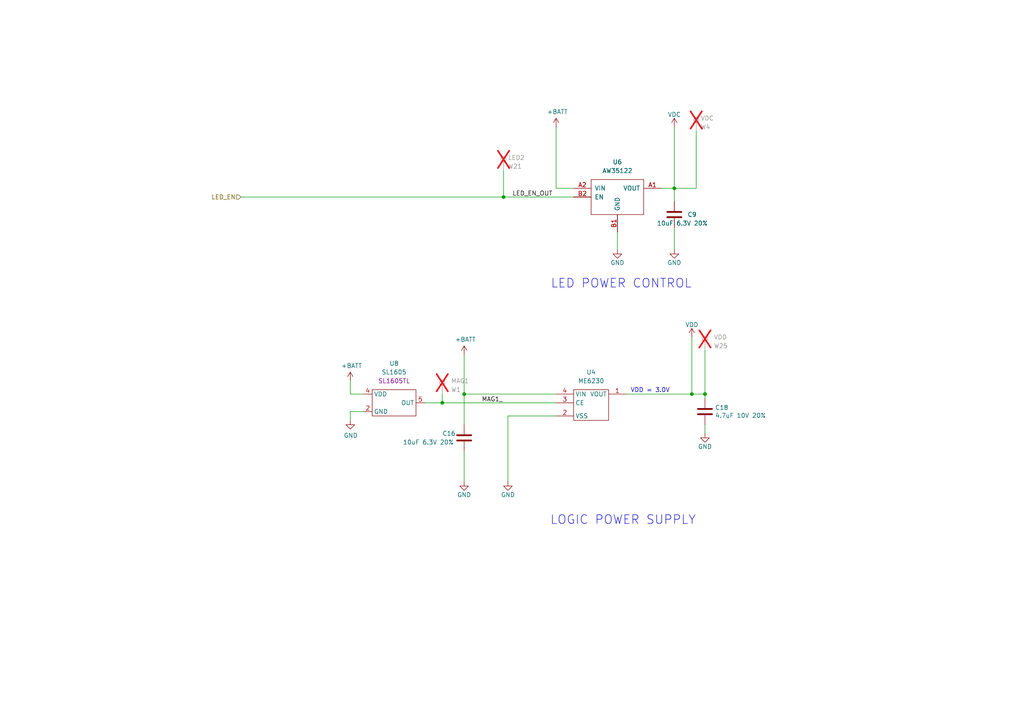
<source format=kicad_sch>
(kicad_sch (version 20250114) (generator "eeschema") (generator_version "9.0")
  (paper "A4")
  (title_block (title "Pixels D20 Schematic, Main") (date "2022-08-26") (rev "13") (company "Systemic Games, LLC") (comment 1 "Power Regulation"))
  (lib_symbols
    (symbol "Device:C" (pin_numbers (hide yes)) (pin_names (offset 0.254))
      (property "Reference" "C" (at 0.635 2.54 0))
      (property "Value" "C" (at 0.635 -2.54 0))
      (symbol "C_0_1"
        (polyline (pts (xy -2.032 0.762) (xy 2.032 0.762)) (stroke (width 0.508)))
        (polyline (pts (xy -2.032 -0.762) (xy 2.032 -0.762)) (stroke (width 0.508)))
      )
      (symbol "C_1_1"
        (pin passive line (at 0 3.81 270) (length 2.794) (name "~") (number "1"))
        (pin passive line (at 0 -3.81 90) (length 2.794) (name "~") (number "2"))
      )
    )
    (symbol "Pixels-dice:AW35122" (pin_names (offset 1.016))
      (property "Reference" "U" (at 6.35 -6.35 0))
      (property "Value" "AW35122" (at 0 6.35 0))
      (symbol "AW35122_0_1"
        (rectangle (start -7.62 5.08) (end 7.62 -5.08))
      )
      (symbol "AW35122_1_1"
        (pin power_in line (at -12.7 2.54 0) (length 5.08) (name "VIN") (number "A2"))
        (pin input line (at -12.7 0 0) (length 5.08) (name "EN") (number "B2"))
        (pin power_in line (at 0 -10.16 90) (length 5.08) (name "GND") (number "B1"))
        (pin power_out line (at 12.7 2.54 180) (length 5.08) (name "VOUT") (number "A1"))
      )
    )
    (symbol "Pixels-dice:ME6230-FBP1*1-4"
      (property "Reference" "U" (at 1.778 -6.604 0))
      (symbol "ME6230-FBP1*1-4_0_1"
        (rectangle (start -5.08 3.81) (end 5.08 -5.08))
      )
      (symbol "ME6230-FBP1*1-4_1_1"
        (pin power_in line (at -10.16 2.54 0) (length 5.08) (name "VIN") (number "4"))
        (pin input line (at -10.16 0 0) (length 5.08) (name "CE") (number "3"))
        (pin power_in line (at -10.16 -3.81 0) (length 5.08) (name "VSS") (number "2"))
        (pin power_out line (at 10.16 2.54 180) (length 5.08) (name "VOUT") (number "1"))
      )
    )
    (symbol "Pixels-dice:SL1605"
      (property "Reference" "U" (at 4.064 -5.08 0))
      (property "Value" "SL1605" (at 0 5.588 0))
      (symbol "SL1605_0_1"
        (rectangle (start -6.35 3.81) (end 6.35 -3.81))
      )
      (symbol "SL1605_1_1"
        (pin power_in line (at -8.89 2.54 0) (length 2.54) (name "VDD") (number "4"))
        (pin power_in line (at -8.89 -2.54 0) (length 2.54) (name "GND") (number "2"))
        (pin output line (at 8.89 0 180) (length 2.54) (name "OUT") (number "5"))
      )
    )
    (symbol "Pixels-dice:TEST_1P-conn" (pin_numbers (hide yes)) (pin_names (offset 0.762) (hide yes))
      (property "Reference" "W" (at 0 6.858 0))
      (property "Value" "TEST_1P-conn" (at 0 5.08 0))
      (symbol "TEST_1P-conn_0_1"
        (circle (center 0 3.302) (radius 0.762))
      )
      (symbol "TEST_1P-conn_1_1"
        (pin passive line (at 0 0 90) (length 2.54) (name "1") (number "1"))
      )
    )
    (symbol "power:+BATT" (power) (pin_names (offset 0))
      (property "Value" "+BATT" (at 0 3.556 0))
      (symbol "+BATT_0_1"
        (polyline (pts (xy -0.762 1.27) (xy 0 2.54)))
        (polyline (pts (xy 0 2.54) (xy 0.762 1.27)))
        (polyline (pts (xy 0 0) (xy 0 2.54)))
      )
      (symbol "+BATT_1_1"
        (pin power_in line (at 0 0 90) (length 0) (hide yes) (name "+BATT") (number "1"))
      )
    )
    (symbol "power:GND" (power) (pin_names (offset 0))
      (property "Value" "GND" (at 0 -3.81 0))
      (symbol "GND_0_1"
        (polyline (pts (xy 0 0) (xy 0 -1.27) (xy 1.27 -1.27) (xy 0 -2.54) (xy -1.27 -1.27) (xy 0 -1.27)))
      )
      (symbol "GND_1_1"
        (pin power_in line (at 0 0 270) (length 0) (hide yes) (name "GND") (number "1"))
      )
    )
    (symbol "power:VDC" (power) (pin_names (offset 0))
      (property "Value" "VDC" (at 0 6.35 0))
      (symbol "VDC_0_1"
        (polyline (pts (xy -0.762 1.27) (xy 0 2.54)))
        (polyline (pts (xy 0 2.54) (xy 0.762 1.27)))
        (polyline (pts (xy 0 0) (xy 0 2.54)))
      )
      (symbol "VDC_1_1"
        (pin power_in line (at 0 0 90) (length 0) (hide yes) (name "VDC") (number "1"))
      )
    )
    (symbol "power:VDD" (power) (pin_names (offset 0))
      (property "Value" "VDD" (at 0 3.81 0))
      (symbol "VDD_0_1"
        (polyline (pts (xy -0.762 1.27) (xy 0 2.54)))
        (polyline (pts (xy 0 2.54) (xy 0.762 1.27)))
        (polyline (pts (xy 0 0) (xy 0 2.54)))
      )
      (symbol "VDD_1_1"
        (pin power_in line (at 0 0 90) (length 0) (hide yes) (name "VDD") (number "1"))
      )
    )
  )
  (text "LOGIC POWER SUPPLY" (at 201.93 152.4 0) (effects (font (size 2.54 2.54)) (justify right bottom)))
  (text "VDD = 3.0V" (at 194.31 114.046 0) (effects (font (size 1.27 1.27)) (justify right bottom)))
  (text "LED POWER CONTROL" (at 200.66 83.82 0) (effects (font (size 2.54 2.54)) (justify right bottom)))
  (junction (at 128.27 116.84))
  (junction (at 200.66 114.3))
  (junction (at 146.05 57.15))
  (junction (at 204.47 114.3))
  (junction (at 195.58 54.61))
  (junction (at 134.62 114.3))
  (wire (pts (xy 134.62 102.87) (xy 134.62 114.3)))
  (wire (pts (xy 101.6 114.3) (xy 105.41 114.3)))
  (wire (pts (xy 181.61 114.3) (xy 200.66 114.3)))
  (wire (pts (xy 195.58 66.04) (xy 195.58 72.39)))
  (wire (pts (xy 134.62 114.3) (xy 161.29 114.3)))
  (wire (pts (xy 161.29 36.83) (xy 161.29 54.61)))
  (wire (pts (xy 146.05 57.15) (xy 166.37 57.15)))
  (wire (pts (xy 101.6 119.38) (xy 101.6 121.92)))
  (wire (pts (xy 204.47 101.6) (xy 204.47 114.3)))
  (wire (pts (xy 179.07 67.31) (xy 179.07 72.39)))
  (wire (pts (xy 200.66 114.3) (xy 204.47 114.3)))
  (wire (pts (xy 128.27 114.3) (xy 128.27 116.84)))
  (wire (pts (xy 204.47 114.3) (xy 204.47 115.57)))
  (wire (pts (xy 123.19 116.84) (xy 128.27 116.84)))
  (wire (pts (xy 69.85 57.15) (xy 146.05 57.15)))
  (wire (pts (xy 101.6 110.49) (xy 101.6 114.3)))
  (wire (pts (xy 147.32 120.65) (xy 147.32 139.7)))
  (wire (pts (xy 201.93 54.61) (xy 195.58 54.61)))
  (wire (pts (xy 105.41 119.38) (xy 101.6 119.38)))
  (wire (pts (xy 204.47 123.19) (xy 204.47 125.73)))
  (wire (pts (xy 161.29 120.65) (xy 147.32 120.65)))
  (wire (pts (xy 195.58 36.83) (xy 195.58 54.61)))
  (wire (pts (xy 201.93 38.1) (xy 201.93 54.61)))
  (wire (pts (xy 200.66 97.79) (xy 200.66 114.3)))
  (wire (pts (xy 134.62 114.3) (xy 134.62 123.19)))
  (wire (pts (xy 146.05 49.53) (xy 146.05 57.15)))
  (wire (pts (xy 195.58 58.42) (xy 195.58 54.61)))
  (wire (pts (xy 191.77 54.61) (xy 195.58 54.61)))
  (wire (pts (xy 166.37 54.61) (xy 161.29 54.61)))
  (wire (pts (xy 134.62 130.81) (xy 134.62 139.7)))
  (wire (pts (xy 128.27 116.84) (xy 161.29 116.84)))
  (label "MAG1_" (at 139.7 116.84 0))
  (label "LED_EN_OUT" (at 148.59 57.15 0))
  (hierarchical_label "LED_EN" (shape input) (at 69.85 57.15 180))
  (symbol (lib_id "Pixels-dice:TEST_1P-conn") (at 146.05 49.53 0) (unit 1) (in_bom no) (dnp yes)
    (property "Reference" "W21" (at 147.32 48.26 0) (effects (justify left)))
    (property "Value" "LED2" (at 147.32 45.72 0) (effects (justify left)))
    (property "Footprint" "Pixels-dice:TEST_PIN" (effects (hide yes)))
    (property "Generic OK" "N/A" (effects (hide yes)))
  )
  (symbol (lib_id "Device:C") (at 204.47 119.38 0) (unit 1)
    (property "Reference" "C18" (at 207.391 118.2116 0) (effects (justify left)))
    (property "Value" "4.7uF 10V 20%" (at 207.391 120.523 0) (effects (justify left)))
    (property "Footprint" "Pixels-dice:C_0402_1005Metric" (effects (hide yes)))
    (property "Generic OK" "YES" (effects (hide yes)))
    (property "Manufacturer" "HRE" (effects (hide yes)))
    (property "Part Number" "CGA0402X5R475M100GT" (effects (hide yes)))
    (property "Alternate Manufacturer" "Samsung Electro-Mechanics" (effects (hide yes)))
    (property "Alternate PN" "CL05A475MP5NRNC" (effects (hide yes)))
    (property "Alternate LCSC Part #" "C23733" (effects (hide yes)))
    (property "LCSC Part #" "C1849652" (effects (hide yes)))
  )
  (symbol (lib_id "Device:C") (at 134.62 127 0) (unit 1)
    (property "Reference" "C16" (at 128.27 125.73 0) (effects (justify left)))
    (property "Value" "10uF 6.3V 20%" (at 116.84 128.27 0) (effects (justify left)))
    (property "Footprint" "Pixels-dice:C_0402_1005Metric" (effects (hide yes)))
    (property "Generic OK" "YES" (effects (hide yes)))
    (property "Manufacturer" "HRE" (effects (hide yes)))
    (property "Part Number" "CGA0402X5R106M6R3GT" (effects (hide yes)))
    (property "LCSC Part #" "C23692971" (effects (hide yes)))
  )
  (symbol (lib_id "power:+BATT") (at 134.62 102.87 0) (unit 1)
    (property "Reference" "#PWR0108" (effects (hide yes)))
    (property "Value" "+BATT" (at 135.001 98.4758 0))
  )
  (symbol (lib_id "Pixels-dice:TEST_1P-conn") (at 204.47 101.6 0) (unit 1) (in_bom no) (dnp yes)
    (property "Reference" "W25" (at 207.01 100.33 0) (effects (justify left)))
    (property "Value" "VDD" (at 207.01 97.79 0) (effects (justify left)))
    (property "Footprint" "Pixels-dice:TEST_PIN" (effects (hide yes)))
    (property "Generic OK" "N/A" (effects (hide yes)))
  )
  (symbol (lib_id "power:GND") (at 195.58 72.39 0) (unit 1)
    (property "Reference" "#PWR0142" (effects (hide yes)))
    (property "Value" "GND" (at 195.58 76.2 0))
  )
  (symbol (lib_id "power:+BATT") (at 101.6 110.49 0) (unit 1)
    (property "Reference" "#PWR025" (effects (hide yes)))
    (property "Value" "+BATT" (at 101.981 106.0958 0))
  )
  (symbol (lib_id "Pixels-dice:AW35122") (at 179.07 57.15 0) (unit 1)
    (property "Reference" "U6" (at 179.07 46.99 0))
    (property "Value" "AW35122" (at 179.07 49.53 0))
    (property "Footprint" "Pixels-dice:AW35122" (effects (hide yes)))
    (property "Manufacturer" "AWINIC(Shanghai Awinic Tech)" (effects (hide yes)))
    (property "Part Number" "AW35122FDR" (effects (hide yes)))
    (property "LCSC Part #" "C5125911" (effects (hide yes)))
  )
  (symbol (lib_id "power:GND") (at 101.6 121.92 0) (unit 1)
    (property "Reference" "#PWR045" (effects (hide yes)))
    (property "Value" "GND" (at 101.727 126.3142 0))
  )
  (symbol (lib_id "power:GND") (at 204.47 125.73 0) (unit 1)
    (property "Reference" "#PWR050" (effects (hide yes)))
    (property "Value" "GND" (at 204.47 129.54 0))
  )
  (symbol (lib_id "power:VDC") (at 195.58 36.83 0) (unit 1)
    (property "Reference" "#PWR0109" (effects (hide yes)))
    (property "Value" "VDC" (at 195.58 33.2255 0))
  )
  (symbol (lib_id "Device:C") (at 195.58 62.23 0) (unit 1)
    (property "Reference" "C9" (at 199.39 62.23 0) (effects (justify left)))
    (property "Value" "10uF 6.3V 20%" (at 190.5 64.77 0) (effects (justify left)))
    (property "Footprint" "Pixels-dice:C_0402_1005Metric" (effects (hide yes)))
    (property "Generic OK" "YES" (effects (hide yes)))
    (property "Manufacturer" "HRE" (effects (hide yes)))
    (property "Part Number" "CGA0402X5R106M6R3GT" (effects (hide yes)))
    (property "LCSC Part #" "C23692971" (effects (hide yes)))
  )
  (symbol (lib_id "Pixels-dice:ME6230-FBP1*1-4") (at 171.45 116.84 0) (unit 1)
    (property "Reference" "U4" (at 171.45 107.95 0))
    (property "Value" "ME6230" (at 171.45 110.49 0))
    (property "Footprint" "Pixels-dice:FPB1_1-4" (effects (hide yes)))
    (property "Manufacturer" "MICRONE(Nanjing Micro One Elec)" (effects (hide yes)))
    (property "Part Number" "ME6230C30U4AG" (effects (hide yes)))
    (property "Alternate Manufacturer" "ChipLink Tech" (effects (hide yes)))
    (property "Alternate PN" "CL9906A30F4N" (effects (hide yes)))
    (property "Alternate LCSC Part #" "C5297658" (effects (hide yes)))
    (property "LCSC Part #" "C2925772" (effects (hide yes)))
  )
  (symbol (lib_id "power:VDD") (at 200.66 97.79 0) (unit 1)
    (property "Reference" "#PWR048" (effects (hide yes)))
    (property "Value" "VDD" (at 200.66 94.1855 0))
  )
  (symbol (lib_id "power:GND") (at 179.07 72.39 0) (unit 1)
    (property "Reference" "#PWR047" (effects (hide yes)))
    (property "Value" "GND" (at 179.07 76.2 0))
  )
  (symbol (lib_id "Pixels-dice:SL1605") (at 114.3 116.84 0) (unit 1)
    (property "Reference" "U8" (at 114.3 105.41 0))
    (property "Value" "SL1605" (at 114.3 107.95 0))
    (property "Footprint" "Package_TO_SOT_SMD:SOT-553" (effects (hide yes)))
    (property "Manufacturer" "Slkor(SLKORMICRO Elec.)" (effects (hide yes)))
    (property "Part Number" "SL1605TL" (at 114.3 110.49 0))
    (property "LCSC Part #" "C2826474" (effects (hide yes)))
  )
  (symbol (lib_id "Pixels-dice:TEST_1P-conn") (at 128.27 114.3 0) (unit 1) (in_bom no) (dnp yes)
    (property "Reference" "W1" (at 130.81 113.03 0) (effects (justify left)))
    (property "Value" "MAG1" (at 130.81 110.49 0) (effects (justify left)))
    (property "Footprint" "Pixels-dice:TEST_PIN" (effects (hide yes)))
    (property "Generic OK" "N/A" (effects (hide yes)))
  )
  (symbol (lib_id "Pixels-dice:TEST_1P-conn") (at 201.93 38.1 0) (unit 1) (in_bom no) (dnp yes)
    (property "Reference" "W4" (at 203.2 36.83 0) (effects (justify left)))
    (property "Value" "VDC" (at 203.2 34.29 0) (effects (justify left)))
    (property "Footprint" "Pixels-dice:TEST_PIN" (effects (hide yes)))
    (property "Generic OK" "N/A" (effects (hide yes)))
  )
  (symbol (lib_id "power:+BATT") (at 161.29 36.83 0) (unit 1)
    (property "Reference" "#PWR046" (effects (hide yes)))
    (property "Value" "+BATT" (at 161.671 32.4358 0))
  )
  (symbol (lib_id "power:GND") (at 147.32 139.7 0) (unit 1)
    (property "Reference" "#PWR0107" (effects (hide yes)))
    (property "Value" "GND" (at 147.32 143.51 0))
  )
  (symbol (lib_id "power:GND") (at 134.62 139.7 0) (unit 1)
    (property "Reference" "#PWR026" (effects (hide yes)))
    (property "Value" "GND" (at 134.62 143.51 0))
  )
)
</source>
